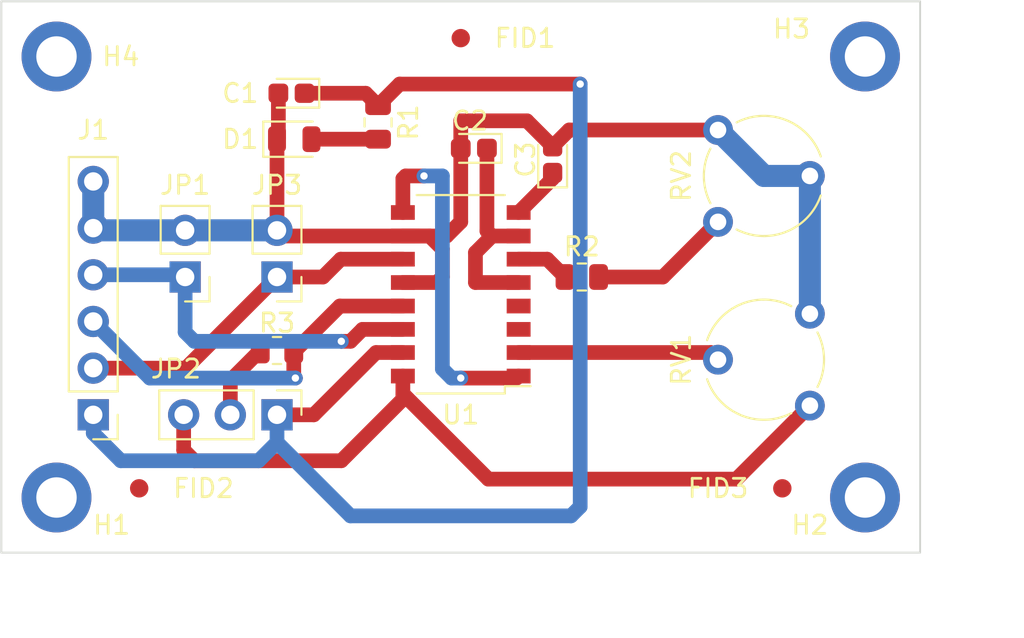
<source format=kicad_pcb>
(kicad_pcb (version 20171130) (host pcbnew 5.1.10-88a1d61d58~90~ubuntu20.04.1)

  (general
    (thickness 1.6)
    (drawings 10)
    (tracks 103)
    (zones 0)
    (modules 21)
    (nets 17)
  )

  (page A4)
  (title_block
    (title "SG3525 board replica")
    (date 2021-10-11)
    (rev 0.0.0.1)
    (company "Print Board Design Course [ CESE - UBA ] ")
    (comment 1 "Author : Martin Duarte")
    (comment 2 "Under Creative Commons (CC)  license")
  )

  (layers
    (0 F.Cu signal)
    (31 B.Cu signal)
    (32 B.Adhes user)
    (33 F.Adhes user)
    (34 B.Paste user)
    (35 F.Paste user)
    (36 B.SilkS user)
    (37 F.SilkS user)
    (38 B.Mask user)
    (39 F.Mask user)
    (40 Dwgs.User user)
    (41 Cmts.User user)
    (42 Eco1.User user)
    (43 Eco2.User user)
    (44 Edge.Cuts user)
    (45 Margin user)
    (46 B.CrtYd user)
    (47 F.CrtYd user)
    (48 B.Fab user)
    (49 F.Fab user)
  )

  (setup
    (last_trace_width 0.25)
    (user_trace_width 0.8)
    (user_trace_width 1)
    (user_trace_width 1.2)
    (trace_clearance 0.4)
    (zone_clearance 0.508)
    (zone_45_only no)
    (trace_min 0.2)
    (via_size 0.8)
    (via_drill 0.4)
    (via_min_size 0.4)
    (via_min_drill 0.3)
    (user_via 1.6 0.8)
    (user_via 2 1)
    (uvia_size 0.3)
    (uvia_drill 0.1)
    (uvias_allowed no)
    (uvia_min_size 0.2)
    (uvia_min_drill 0.1)
    (edge_width 0.05)
    (segment_width 0.2)
    (pcb_text_width 0.3)
    (pcb_text_size 1.5 1.5)
    (mod_edge_width 0.12)
    (mod_text_size 1 1)
    (mod_text_width 0.15)
    (pad_size 1.075 1.05)
    (pad_drill 0)
    (pad_to_mask_clearance 0)
    (aux_axis_origin 0 0)
    (visible_elements FFFFFF7F)
    (pcbplotparams
      (layerselection 0x010fc_ffffffff)
      (usegerberextensions false)
      (usegerberattributes true)
      (usegerberadvancedattributes true)
      (creategerberjobfile true)
      (excludeedgelayer true)
      (linewidth 0.100000)
      (plotframeref false)
      (viasonmask false)
      (mode 1)
      (useauxorigin false)
      (hpglpennumber 1)
      (hpglpenspeed 20)
      (hpglpendiameter 15.000000)
      (psnegative false)
      (psa4output false)
      (plotreference true)
      (plotvalue true)
      (plotinvisibletext false)
      (padsonsilk false)
      (subtractmaskfromsilk false)
      (outputformat 1)
      (mirror false)
      (drillshape 1)
      (scaleselection 1)
      (outputdirectory ""))
  )

  (net 0 "")
  (net 1 VCC)
  (net 2 GND)
  (net 3 "Net-(C2-Pad1)")
  (net 4 "Net-(C3-Pad1)")
  (net 5 "Net-(D1-Pad2)")
  (net 6 /OPA)
  (net 7 /PWM)
  (net 8 /OPB)
  (net 9 "Net-(JP2-Pad2)")
  (net 10 /VREF)
  (net 11 "Net-(R2-Pad1)")
  (net 12 "Net-(R2-Pad2)")
  (net 13 "Net-(RV1-Pad2)")
  (net 14 "Net-(U1-Pad1)")
  (net 15 "Net-(U1-Pad3)")
  (net 16 "Net-(U1-Pad4)")

  (net_class Default "This is the default net class."
    (clearance 0.4)
    (trace_width 0.25)
    (via_dia 0.8)
    (via_drill 0.4)
    (uvia_dia 0.3)
    (uvia_drill 0.1)
    (add_net /OPA)
    (add_net /OPB)
    (add_net /PWM)
    (add_net /VREF)
    (add_net GND)
    (add_net "Net-(C2-Pad1)")
    (add_net "Net-(C3-Pad1)")
    (add_net "Net-(D1-Pad2)")
    (add_net "Net-(JP2-Pad2)")
    (add_net "Net-(R2-Pad1)")
    (add_net "Net-(R2-Pad2)")
    (add_net "Net-(RV1-Pad2)")
    (add_net "Net-(U1-Pad1)")
    (add_net "Net-(U1-Pad3)")
    (add_net "Net-(U1-Pad4)")
    (add_net VCC)
  )

  (module Capacitor_Tantalum_SMD:CP_EIA-1608-10_AVX-L (layer F.Cu) (tedit 6164B602) (tstamp 6164D8C2)
    (at 60.7875 80 180)
    (descr "Tantalum Capacitor SMD AVX-L (1608-10 Metric), IPC_7351 nominal, (Body size from: https://www.vishay.com/docs/48064/_t58_vmn_pt0471_1601.pdf), generated with kicad-footprint-generator")
    (tags "capacitor tantalum")
    (path /61465E55)
    (attr smd)
    (fp_text reference C1 (at 2.7875 0) (layer F.SilkS)
      (effects (font (size 1 1) (thickness 0.15)))
    )
    (fp_text value 10uF (at -0.2125 1.5) (layer F.Fab)
      (effects (font (size 1 1) (thickness 0.15)))
    )
    (fp_line (start 0.8 -0.425) (end -0.5 -0.425) (layer F.Fab) (width 0.1))
    (fp_line (start -0.5 -0.425) (end -0.8 -0.125) (layer F.Fab) (width 0.1))
    (fp_line (start -0.8 -0.125) (end -0.8 0.425) (layer F.Fab) (width 0.1))
    (fp_line (start -0.8 0.425) (end 0.8 0.425) (layer F.Fab) (width 0.1))
    (fp_line (start 0.8 0.425) (end 0.8 -0.425) (layer F.Fab) (width 0.1))
    (fp_line (start 0.8 -0.785) (end -1.51 -0.785) (layer F.SilkS) (width 0.12))
    (fp_line (start -1.51 -0.785) (end -1.51 0.785) (layer F.SilkS) (width 0.12))
    (fp_line (start -1.51 0.785) (end 0.8 0.785) (layer F.SilkS) (width 0.12))
    (fp_line (start -1.5 0.78) (end -1.5 -0.78) (layer F.CrtYd) (width 0.05))
    (fp_line (start -1.5 -0.78) (end 1.5 -0.78) (layer F.CrtYd) (width 0.05))
    (fp_line (start 1.5 -0.78) (end 1.5 0.78) (layer F.CrtYd) (width 0.05))
    (fp_line (start 1.5 0.78) (end -1.5 0.78) (layer F.CrtYd) (width 0.05))
    (fp_text user %R (at 0 0) (layer F.Fab)
      (effects (font (size 0.4 0.4) (thickness 0.06)))
    )
    (pad 1 smd roundrect (at -0.7125 0 180) (size 1.075 1.05) (layers F.Cu F.Paste F.Mask) (roundrect_rratio 0.238)
      (net 1 VCC) (clearance 0.2))
    (pad 2 smd roundrect (at 0.7125 0 180) (size 1.075 1.05) (layers F.Cu F.Paste F.Mask) (roundrect_rratio 0.238)
      (net 2 GND) (clearance 0.2))
    (model ${KISYS3DMOD}/Capacitor_Tantalum_SMD.3dshapes/CP_EIA-1608-08_AVX-J.step
      (at (xyz 0 0 0))
      (scale (xyz 1 1 1))
      (rotate (xyz 0 0 0))
    )
  )

  (module Capacitor_Tantalum_SMD:CP_EIA-1608-10_AVX-L (layer F.Cu) (tedit 5EBA9318) (tstamp 6164FAB2)
    (at 70.7125 83 180)
    (descr "Tantalum Capacitor SMD AVX-L (1608-10 Metric), IPC_7351 nominal, (Body size from: https://www.vishay.com/docs/48064/_t58_vmn_pt0471_1601.pdf), generated with kicad-footprint-generator")
    (tags "capacitor tantalum")
    (path /613AB877)
    (clearance 0.3)
    (attr smd)
    (fp_text reference C2 (at 0.2125 1.5) (layer F.SilkS)
      (effects (font (size 1 1) (thickness 0.15)))
    )
    (fp_text value 0.1uF (at 0 3) (layer F.Fab)
      (effects (font (size 1 1) (thickness 0.15)))
    )
    (fp_line (start 1.5 0.78) (end -1.5 0.78) (layer F.CrtYd) (width 0.05))
    (fp_line (start 1.5 -0.78) (end 1.5 0.78) (layer F.CrtYd) (width 0.05))
    (fp_line (start -1.5 -0.78) (end 1.5 -0.78) (layer F.CrtYd) (width 0.05))
    (fp_line (start -1.5 0.78) (end -1.5 -0.78) (layer F.CrtYd) (width 0.05))
    (fp_line (start -1.51 0.785) (end 0.8 0.785) (layer F.SilkS) (width 0.12))
    (fp_line (start -1.51 -0.785) (end -1.51 0.785) (layer F.SilkS) (width 0.12))
    (fp_line (start 0.8 -0.785) (end -1.51 -0.785) (layer F.SilkS) (width 0.12))
    (fp_line (start 0.8 0.425) (end 0.8 -0.425) (layer F.Fab) (width 0.1))
    (fp_line (start -0.8 0.425) (end 0.8 0.425) (layer F.Fab) (width 0.1))
    (fp_line (start -0.8 -0.125) (end -0.8 0.425) (layer F.Fab) (width 0.1))
    (fp_line (start -0.5 -0.425) (end -0.8 -0.125) (layer F.Fab) (width 0.1))
    (fp_line (start 0.8 -0.425) (end -0.5 -0.425) (layer F.Fab) (width 0.1))
    (fp_text user %R (at 0 0) (layer F.Fab)
      (effects (font (size 0.4 0.4) (thickness 0.06)))
    )
    (pad 2 smd roundrect (at 0.7125 0 180) (size 1.075 1.05) (layers F.Cu F.Paste F.Mask) (roundrect_rratio 0.238095)
      (net 2 GND))
    (pad 1 smd roundrect (at -0.7125 0 180) (size 1.075 1.05) (layers F.Cu F.Paste F.Mask) (roundrect_rratio 0.238095)
      (net 3 "Net-(C2-Pad1)"))
    (model ${KISYS3DMOD}/Capacitor_Tantalum_SMD.3dshapes/CP_EIA-1608-10_AVX-L.wrl
      (at (xyz 0 0 0))
      (scale (xyz 1 1 1))
      (rotate (xyz 0 0 0))
    )
  )

  (module Capacitor_Tantalum_SMD:CP_EIA-1608-10_AVX-L (layer F.Cu) (tedit 5EBA9318) (tstamp 6164E1B4)
    (at 75 83.6125 90)
    (descr "Tantalum Capacitor SMD AVX-L (1608-10 Metric), IPC_7351 nominal, (Body size from: https://www.vishay.com/docs/48064/_t58_vmn_pt0471_1601.pdf), generated with kicad-footprint-generator")
    (tags "capacitor tantalum")
    (path /613AAF54)
    (clearance 0.2)
    (attr smd)
    (fp_text reference C3 (at 0 -1.48 90) (layer F.SilkS)
      (effects (font (size 1 1) (thickness 0.15)))
    )
    (fp_text value 10uF (at 0 1.48 90) (layer F.Fab)
      (effects (font (size 1 1) (thickness 0.15)))
    )
    (fp_line (start 0.8 -0.425) (end -0.5 -0.425) (layer F.Fab) (width 0.1))
    (fp_line (start -0.5 -0.425) (end -0.8 -0.125) (layer F.Fab) (width 0.1))
    (fp_line (start -0.8 -0.125) (end -0.8 0.425) (layer F.Fab) (width 0.1))
    (fp_line (start -0.8 0.425) (end 0.8 0.425) (layer F.Fab) (width 0.1))
    (fp_line (start 0.8 0.425) (end 0.8 -0.425) (layer F.Fab) (width 0.1))
    (fp_line (start 0.8 -0.785) (end -1.51 -0.785) (layer F.SilkS) (width 0.12))
    (fp_line (start -1.51 -0.785) (end -1.51 0.785) (layer F.SilkS) (width 0.12))
    (fp_line (start -1.51 0.785) (end 0.8 0.785) (layer F.SilkS) (width 0.12))
    (fp_line (start -1.5 0.78) (end -1.5 -0.78) (layer F.CrtYd) (width 0.05))
    (fp_line (start -1.5 -0.78) (end 1.5 -0.78) (layer F.CrtYd) (width 0.05))
    (fp_line (start 1.5 -0.78) (end 1.5 0.78) (layer F.CrtYd) (width 0.05))
    (fp_line (start 1.5 0.78) (end -1.5 0.78) (layer F.CrtYd) (width 0.05))
    (fp_text user %R (at 0 0 90) (layer F.Fab)
      (effects (font (size 0.4 0.4) (thickness 0.06)))
    )
    (pad 1 smd roundrect (at -0.7125 0 90) (size 1.075 1.05) (layers F.Cu F.Paste F.Mask) (roundrect_rratio 0.238095)
      (net 4 "Net-(C3-Pad1)"))
    (pad 2 smd roundrect (at 0.7125 0 90) (size 1.075 1.05) (layers F.Cu F.Paste F.Mask) (roundrect_rratio 0.238095)
      (net 2 GND))
    (model ${KISYS3DMOD}/Capacitor_Tantalum_SMD.3dshapes/CP_EIA-1608-10_AVX-L.wrl
      (at (xyz 0 0 0))
      (scale (xyz 1 1 1))
      (rotate (xyz 0 0 0))
    )
  )

  (module LED_SMD:LED_0805_2012Metric (layer F.Cu) (tedit 5F68FEF1) (tstamp 6164E1EA)
    (at 60.9375 82.5)
    (descr "LED SMD 0805 (2012 Metric), square (rectangular) end terminal, IPC_7351 nominal, (Body size source: https://docs.google.com/spreadsheets/d/1BsfQQcO9C6DZCsRaXUlFlo91Tg2WpOkGARC1WS5S8t0/edit?usp=sharing), generated with kicad-footprint-generator")
    (tags LED)
    (path /613B09C0)
    (attr smd)
    (fp_text reference D1 (at -2.9375 0) (layer F.SilkS)
      (effects (font (size 1 1) (thickness 0.15)))
    )
    (fp_text value LED (at -5.4375 0) (layer F.Fab)
      (effects (font (size 1 1) (thickness 0.15)))
    )
    (fp_line (start 1 -0.6) (end -0.7 -0.6) (layer F.Fab) (width 0.1))
    (fp_line (start -0.7 -0.6) (end -1 -0.3) (layer F.Fab) (width 0.1))
    (fp_line (start -1 -0.3) (end -1 0.6) (layer F.Fab) (width 0.1))
    (fp_line (start -1 0.6) (end 1 0.6) (layer F.Fab) (width 0.1))
    (fp_line (start 1 0.6) (end 1 -0.6) (layer F.Fab) (width 0.1))
    (fp_line (start 1 -0.96) (end -1.685 -0.96) (layer F.SilkS) (width 0.12))
    (fp_line (start -1.685 -0.96) (end -1.685 0.96) (layer F.SilkS) (width 0.12))
    (fp_line (start -1.685 0.96) (end 1 0.96) (layer F.SilkS) (width 0.12))
    (fp_line (start -1.68 0.95) (end -1.68 -0.95) (layer F.CrtYd) (width 0.05))
    (fp_line (start -1.68 -0.95) (end 1.68 -0.95) (layer F.CrtYd) (width 0.05))
    (fp_line (start 1.68 -0.95) (end 1.68 0.95) (layer F.CrtYd) (width 0.05))
    (fp_line (start 1.68 0.95) (end -1.68 0.95) (layer F.CrtYd) (width 0.05))
    (fp_text user %R (at 0 0) (layer F.Fab)
      (effects (font (size 0.5 0.5) (thickness 0.08)))
    )
    (pad 1 smd roundrect (at -0.9375 0) (size 0.975 1.4) (layers F.Cu F.Paste F.Mask) (roundrect_rratio 0.25)
      (net 2 GND))
    (pad 2 smd roundrect (at 0.9375 0) (size 0.975 1.4) (layers F.Cu F.Paste F.Mask) (roundrect_rratio 0.25)
      (net 5 "Net-(D1-Pad2)"))
    (model ${KISYS3DMOD}/LED_SMD.3dshapes/LED_0805_2012Metric.wrl
      (at (xyz 0 0 0))
      (scale (xyz 1 1 1))
      (rotate (xyz 0 0 0))
    )
  )

  (module Fiducial:Fiducial_1mm_Mask2mm (layer F.Cu) (tedit 5C18CB26) (tstamp 6164EC7A)
    (at 70 77)
    (descr "Circular Fiducial, 1mm bare copper, 2mm soldermask opening (Level A)")
    (tags fiducial)
    (path /61508A94)
    (attr smd)
    (fp_text reference FID1 (at 3.5 0) (layer F.SilkS)
      (effects (font (size 1 1) (thickness 0.15)))
    )
    (fp_text value Fiducial (at 5 1.5) (layer F.Fab)
      (effects (font (size 1 1) (thickness 0.15)))
    )
    (fp_circle (center 0 0) (end 1 0) (layer F.Fab) (width 0.1))
    (fp_circle (center 0 0) (end 1.25 0) (layer F.CrtYd) (width 0.05))
    (fp_text user %R (at 0 0) (layer F.Fab)
      (effects (font (size 0.4 0.4) (thickness 0.06)))
    )
    (pad "" smd circle (at 0 0) (size 1 1) (layers F.Cu F.Mask)
      (solder_mask_margin 0.5) (clearance 0.5))
  )

  (module Fiducial:Fiducial_1mm_Mask2mm (layer F.Cu) (tedit 5C18CB26) (tstamp 6164D6DB)
    (at 52.5 101.5)
    (descr "Circular Fiducial, 1mm bare copper, 2mm soldermask opening (Level A)")
    (tags fiducial)
    (path /61508E68)
    (attr smd)
    (fp_text reference FID2 (at 3.5 0) (layer F.SilkS)
      (effects (font (size 1 1) (thickness 0.15)))
    )
    (fp_text value Fiducial (at 9.5 0) (layer F.Fab)
      (effects (font (size 1 1) (thickness 0.15)))
    )
    (fp_circle (center 0 0) (end 1.25 0) (layer F.CrtYd) (width 0.05))
    (fp_circle (center 0 0) (end 1 0) (layer F.Fab) (width 0.1))
    (fp_text user %R (at 0 0) (layer F.Fab)
      (effects (font (size 0.4 0.4) (thickness 0.06)))
    )
    (pad "" smd circle (at 0 0) (size 1 1) (layers F.Cu F.Mask)
      (solder_mask_margin 0.5) (clearance 0.5))
  )

  (module Fiducial:Fiducial_1mm_Mask2mm (layer F.Cu) (tedit 5C18CB26) (tstamp 61651151)
    (at 87.5 101.5)
    (descr "Circular Fiducial, 1mm bare copper, 2mm soldermask opening (Level A)")
    (tags fiducial)
    (path /6150914E)
    (attr smd)
    (fp_text reference FID3 (at -3.5 0) (layer F.SilkS)
      (effects (font (size 1 1) (thickness 0.15)))
    )
    (fp_text value Fiducial (at -9 0) (layer F.Fab)
      (effects (font (size 1 1) (thickness 0.15)))
    )
    (fp_circle (center 0 0) (end 1 0) (layer F.Fab) (width 0.1))
    (fp_circle (center 0 0) (end 1.25 0) (layer F.CrtYd) (width 0.05))
    (fp_text user %R (at 0 0) (layer F.Fab)
      (effects (font (size 0.4 0.4) (thickness 0.06)))
    )
    (pad "" smd circle (at 0 0) (size 1 1) (layers F.Cu F.Mask)
      (solder_mask_margin 0.5) (clearance 0.5))
  )

  (module MountingHole:MountingHole_2.2mm_M2_DIN965_Pad (layer F.Cu) (tedit 56D1B4CB) (tstamp 6164E8A0)
    (at 48 102)
    (descr "Mounting Hole 2.2mm, M2, DIN965")
    (tags "mounting hole 2.2mm m2 din965")
    (path /61507AF6)
    (attr virtual)
    (fp_text reference H1 (at 3 1.5) (layer F.SilkS)
      (effects (font (size 1 1) (thickness 0.15)))
    )
    (fp_text value MountingHole (at 11 1.5) (layer F.Fab)
      (effects (font (size 1 1) (thickness 0.15)))
    )
    (fp_circle (center 0 0) (end 2.15 0) (layer F.CrtYd) (width 0.05))
    (fp_circle (center 0 0) (end 1.9 0) (layer Cmts.User) (width 0.15))
    (fp_text user %R (at -1 -3) (layer F.Fab)
      (effects (font (size 1 1) (thickness 0.15)))
    )
    (pad 1 thru_hole circle (at 0 0) (size 3.8 3.8) (drill 2.2) (layers *.Cu *.Mask))
  )

  (module MountingHole:MountingHole_2.2mm_M2_DIN965_Pad (layer F.Cu) (tedit 56D1B4CB) (tstamp 6164FF46)
    (at 92 102)
    (descr "Mounting Hole 2.2mm, M2, DIN965")
    (tags "mounting hole 2.2mm m2 din965")
    (path /61507EDB)
    (attr virtual)
    (fp_text reference H2 (at -3 1.5) (layer F.SilkS)
      (effects (font (size 1 1) (thickness 0.15)))
    )
    (fp_text value MountingHole (at -11.5 1.5) (layer F.Fab)
      (effects (font (size 1 1) (thickness 0.15)))
    )
    (fp_circle (center 0 0) (end 1.9 0) (layer Cmts.User) (width 0.15))
    (fp_circle (center 0 0) (end 2.15 0) (layer F.CrtYd) (width 0.05))
    (fp_text user %R (at 0 -3) (layer F.Fab)
      (effects (font (size 1 1) (thickness 0.15)))
    )
    (pad 1 thru_hole circle (at 0 0) (size 3.8 3.8) (drill 2.2) (layers *.Cu *.Mask))
  )

  (module MountingHole:MountingHole_2.2mm_M2_DIN965_Pad (layer F.Cu) (tedit 56D1B4CB) (tstamp 6164EC55)
    (at 92 78)
    (descr "Mounting Hole 2.2mm, M2, DIN965")
    (tags "mounting hole 2.2mm m2 din965")
    (path /61508141)
    (attr virtual)
    (fp_text reference H3 (at -4 -1.5) (layer F.SilkS)
      (effects (font (size 1 1) (thickness 0.15)))
    )
    (fp_text value MountingHole (at -7.5 0) (layer F.Fab)
      (effects (font (size 1 1) (thickness 0.15)))
    )
    (fp_circle (center 0 0) (end 2.15 0) (layer F.CrtYd) (width 0.05))
    (fp_circle (center 0 0) (end 1.9 0) (layer Cmts.User) (width 0.15))
    (fp_text user %R (at 0 3.5) (layer F.Fab)
      (effects (font (size 1 1) (thickness 0.15)))
    )
    (pad 1 thru_hole circle (at 0 0) (size 3.8 3.8) (drill 2.2) (layers *.Cu *.Mask))
  )

  (module MountingHole:MountingHole_2.2mm_M2_DIN965_Pad (layer F.Cu) (tedit 56D1B4CB) (tstamp 6164F7F5)
    (at 48 78)
    (descr "Mounting Hole 2.2mm, M2, DIN965")
    (tags "mounting hole 2.2mm m2 din965")
    (path /615083AE)
    (attr virtual)
    (fp_text reference H4 (at 3.5 0) (layer F.SilkS)
      (effects (font (size 1 1) (thickness 0.15)))
    )
    (fp_text value MountingHole (at 7.5 -1.5) (layer F.Fab)
      (effects (font (size 1 1) (thickness 0.15)))
    )
    (fp_circle (center 0 0) (end 1.9 0) (layer Cmts.User) (width 0.15))
    (fp_circle (center 0 0) (end 2.15 0) (layer F.CrtYd) (width 0.05))
    (fp_text user %R (at -1 3) (layer F.Fab)
      (effects (font (size 1 1) (thickness 0.15)))
    )
    (pad 1 thru_hole circle (at 0 0) (size 3.8 3.8) (drill 2.2) (layers *.Cu *.Mask))
  )

  (module Connector_PinHeader_2.54mm:PinHeader_1x06_P2.54mm_Vertical (layer F.Cu) (tedit 59FED5CC) (tstamp 6164CE64)
    (at 50 97.5 180)
    (descr "Through hole straight pin header, 1x06, 2.54mm pitch, single row")
    (tags "Through hole pin header THT 1x06 2.54mm single row")
    (path /613B1AEE)
    (fp_text reference J1 (at 0 15.5) (layer F.SilkS)
      (effects (font (size 1 1) (thickness 0.15)))
    )
    (fp_text value Conn_01x06 (at 3 8.5 90) (layer F.Fab)
      (effects (font (size 1 1) (thickness 0.15)))
    )
    (fp_line (start -0.635 -1.27) (end 1.27 -1.27) (layer F.Fab) (width 0.1))
    (fp_line (start 1.27 -1.27) (end 1.27 13.97) (layer F.Fab) (width 0.1))
    (fp_line (start 1.27 13.97) (end -1.27 13.97) (layer F.Fab) (width 0.1))
    (fp_line (start -1.27 13.97) (end -1.27 -0.635) (layer F.Fab) (width 0.1))
    (fp_line (start -1.27 -0.635) (end -0.635 -1.27) (layer F.Fab) (width 0.1))
    (fp_line (start -1.33 14.03) (end 1.33 14.03) (layer F.SilkS) (width 0.12))
    (fp_line (start -1.33 1.27) (end -1.33 14.03) (layer F.SilkS) (width 0.12))
    (fp_line (start 1.33 1.27) (end 1.33 14.03) (layer F.SilkS) (width 0.12))
    (fp_line (start -1.33 1.27) (end 1.33 1.27) (layer F.SilkS) (width 0.12))
    (fp_line (start -1.33 0) (end -1.33 -1.33) (layer F.SilkS) (width 0.12))
    (fp_line (start -1.33 -1.33) (end 0 -1.33) (layer F.SilkS) (width 0.12))
    (fp_line (start -1.8 -1.8) (end -1.8 14.5) (layer F.CrtYd) (width 0.05))
    (fp_line (start -1.8 14.5) (end 1.8 14.5) (layer F.CrtYd) (width 0.05))
    (fp_line (start 1.8 14.5) (end 1.8 -1.8) (layer F.CrtYd) (width 0.05))
    (fp_line (start 1.8 -1.8) (end -1.8 -1.8) (layer F.CrtYd) (width 0.05))
    (fp_text user %R (at 0 6.35 90) (layer F.Fab)
      (effects (font (size 1 1) (thickness 0.15)))
    )
    (pad 1 thru_hole rect (at 0 0 180) (size 1.7 1.7) (drill 1) (layers *.Cu *.Mask)
      (net 1 VCC))
    (pad 2 thru_hole oval (at 0 2.54 180) (size 1.7 1.7) (drill 1) (layers *.Cu *.Mask)
      (net 6 /OPA))
    (pad 3 thru_hole oval (at 0 5.08 180) (size 1.7 1.7) (drill 1) (layers *.Cu *.Mask)
      (net 7 /PWM))
    (pad 4 thru_hole oval (at 0 7.62 180) (size 1.7 1.7) (drill 1) (layers *.Cu *.Mask)
      (net 8 /OPB))
    (pad 5 thru_hole oval (at 0 10.16 180) (size 1.7 1.7) (drill 1) (layers *.Cu *.Mask)
      (net 2 GND))
    (pad 6 thru_hole oval (at 0 12.7 180) (size 1.7 1.7) (drill 1) (layers *.Cu *.Mask)
      (net 2 GND))
    (model ${KISYS3DMOD}/Connector_PinHeader_2.54mm.3dshapes/PinHeader_1x06_P2.54mm_Vertical.wrl
      (at (xyz 0 0 0))
      (scale (xyz 1 1 1))
      (rotate (xyz 0 0 0))
    )
  )

  (module Connector_PinHeader_2.54mm:PinHeader_1x02_P2.54mm_Vertical (layer F.Cu) (tedit 59FED5CC) (tstamp 6164CD19)
    (at 55 90 180)
    (descr "Through hole straight pin header, 1x02, 2.54mm pitch, single row")
    (tags "Through hole pin header THT 1x02 2.54mm single row")
    (path /613AC253)
    (fp_text reference JP1 (at 0 5) (layer F.SilkS)
      (effects (font (size 1 1) (thickness 0.15)))
    )
    (fp_text value Jumper (at 2.5 1.5 270) (layer F.Fab)
      (effects (font (size 1 1) (thickness 0.15)))
    )
    (fp_line (start 1.8 -1.8) (end -1.8 -1.8) (layer F.CrtYd) (width 0.05))
    (fp_line (start 1.8 4.35) (end 1.8 -1.8) (layer F.CrtYd) (width 0.05))
    (fp_line (start -1.8 4.35) (end 1.8 4.35) (layer F.CrtYd) (width 0.05))
    (fp_line (start -1.8 -1.8) (end -1.8 4.35) (layer F.CrtYd) (width 0.05))
    (fp_line (start -1.33 -1.33) (end 0 -1.33) (layer F.SilkS) (width 0.12))
    (fp_line (start -1.33 0) (end -1.33 -1.33) (layer F.SilkS) (width 0.12))
    (fp_line (start -1.33 1.27) (end 1.33 1.27) (layer F.SilkS) (width 0.12))
    (fp_line (start 1.33 1.27) (end 1.33 3.87) (layer F.SilkS) (width 0.12))
    (fp_line (start -1.33 1.27) (end -1.33 3.87) (layer F.SilkS) (width 0.12))
    (fp_line (start -1.33 3.87) (end 1.33 3.87) (layer F.SilkS) (width 0.12))
    (fp_line (start -1.27 -0.635) (end -0.635 -1.27) (layer F.Fab) (width 0.1))
    (fp_line (start -1.27 3.81) (end -1.27 -0.635) (layer F.Fab) (width 0.1))
    (fp_line (start 1.27 3.81) (end -1.27 3.81) (layer F.Fab) (width 0.1))
    (fp_line (start 1.27 -1.27) (end 1.27 3.81) (layer F.Fab) (width 0.1))
    (fp_line (start -0.635 -1.27) (end 1.27 -1.27) (layer F.Fab) (width 0.1))
    (fp_text user %R (at 0 1.27 90) (layer F.Fab)
      (effects (font (size 1 1) (thickness 0.15)))
    )
    (pad 2 thru_hole oval (at 0 2.54 180) (size 1.7 1.7) (drill 1) (layers *.Cu *.Mask)
      (net 2 GND))
    (pad 1 thru_hole rect (at 0 0 180) (size 1.7 1.7) (drill 1) (layers *.Cu *.Mask)
      (net 8 /OPB))
    (model ${KISYS3DMOD}/Connector_PinHeader_2.54mm.3dshapes/PinHeader_1x02_P2.54mm_Vertical.wrl
      (at (xyz 0 0 0))
      (scale (xyz 1 1 1))
      (rotate (xyz 0 0 0))
    )
  )

  (module Connector_PinHeader_2.54mm:PinHeader_1x03_P2.54mm_Vertical (layer F.Cu) (tedit 59FED5CC) (tstamp 6164D3FC)
    (at 60 97.5 270)
    (descr "Through hole straight pin header, 1x03, 2.54mm pitch, single row")
    (tags "Through hole pin header THT 1x03 2.54mm single row")
    (path /613B024C)
    (fp_text reference JP2 (at -2.5 5.5 180) (layer F.SilkS)
      (effects (font (size 1 1) (thickness 0.15)))
    )
    (fp_text value Jumper_NC_Dual (at 2.5 0.5 180) (layer F.Fab)
      (effects (font (size 1 1) (thickness 0.15)))
    )
    (fp_line (start -0.635 -1.27) (end 1.27 -1.27) (layer F.Fab) (width 0.1))
    (fp_line (start 1.27 -1.27) (end 1.27 6.35) (layer F.Fab) (width 0.1))
    (fp_line (start 1.27 6.35) (end -1.27 6.35) (layer F.Fab) (width 0.1))
    (fp_line (start -1.27 6.35) (end -1.27 -0.635) (layer F.Fab) (width 0.1))
    (fp_line (start -1.27 -0.635) (end -0.635 -1.27) (layer F.Fab) (width 0.1))
    (fp_line (start -1.33 6.41) (end 1.33 6.41) (layer F.SilkS) (width 0.12))
    (fp_line (start -1.33 1.27) (end -1.33 6.41) (layer F.SilkS) (width 0.12))
    (fp_line (start 1.33 1.27) (end 1.33 6.41) (layer F.SilkS) (width 0.12))
    (fp_line (start -1.33 1.27) (end 1.33 1.27) (layer F.SilkS) (width 0.12))
    (fp_line (start -1.33 0) (end -1.33 -1.33) (layer F.SilkS) (width 0.12))
    (fp_line (start -1.33 -1.33) (end 0 -1.33) (layer F.SilkS) (width 0.12))
    (fp_line (start -1.8 -1.8) (end -1.8 6.85) (layer F.CrtYd) (width 0.05))
    (fp_line (start -1.8 6.85) (end 1.8 6.85) (layer F.CrtYd) (width 0.05))
    (fp_line (start 1.8 6.85) (end 1.8 -1.8) (layer F.CrtYd) (width 0.05))
    (fp_line (start 1.8 -1.8) (end -1.8 -1.8) (layer F.CrtYd) (width 0.05))
    (fp_text user %R (at 0 -3.5) (layer F.Fab)
      (effects (font (size 1 1) (thickness 0.15)))
    )
    (pad 1 thru_hole rect (at 0 0 270) (size 1.7 1.7) (drill 1) (layers *.Cu *.Mask)
      (net 1 VCC))
    (pad 2 thru_hole oval (at 0 2.54 270) (size 1.7 1.7) (drill 1) (layers *.Cu *.Mask)
      (net 9 "Net-(JP2-Pad2)"))
    (pad 3 thru_hole oval (at 0 5.08 270) (size 1.7 1.7) (drill 1) (layers *.Cu *.Mask)
      (net 10 /VREF))
    (model ${KISYS3DMOD}/Connector_PinHeader_2.54mm.3dshapes/PinHeader_1x03_P2.54mm_Vertical.wrl
      (at (xyz 0 0 0))
      (scale (xyz 1 1 1))
      (rotate (xyz 0 0 0))
    )
  )

  (module Connector_PinHeader_2.54mm:PinHeader_1x02_P2.54mm_Vertical (layer F.Cu) (tedit 59FED5CC) (tstamp 6164D58C)
    (at 60 90 180)
    (descr "Through hole straight pin header, 1x02, 2.54mm pitch, single row")
    (tags "Through hole pin header THT 1x02 2.54mm single row")
    (path /613AC8D8)
    (fp_text reference JP3 (at 0 5 180) (layer F.SilkS)
      (effects (font (size 1 1) (thickness 0.15)))
    )
    (fp_text value Jumper (at 2.5 1 90) (layer F.Fab)
      (effects (font (size 1 1) (thickness 0.15)))
    )
    (fp_line (start -0.635 -1.27) (end 1.27 -1.27) (layer F.Fab) (width 0.1))
    (fp_line (start 1.27 -1.27) (end 1.27 3.81) (layer F.Fab) (width 0.1))
    (fp_line (start 1.27 3.81) (end -1.27 3.81) (layer F.Fab) (width 0.1))
    (fp_line (start -1.27 3.81) (end -1.27 -0.635) (layer F.Fab) (width 0.1))
    (fp_line (start -1.27 -0.635) (end -0.635 -1.27) (layer F.Fab) (width 0.1))
    (fp_line (start -1.33 3.87) (end 1.33 3.87) (layer F.SilkS) (width 0.12))
    (fp_line (start -1.33 1.27) (end -1.33 3.87) (layer F.SilkS) (width 0.12))
    (fp_line (start 1.33 1.27) (end 1.33 3.87) (layer F.SilkS) (width 0.12))
    (fp_line (start -1.33 1.27) (end 1.33 1.27) (layer F.SilkS) (width 0.12))
    (fp_line (start -1.33 0) (end -1.33 -1.33) (layer F.SilkS) (width 0.12))
    (fp_line (start -1.33 -1.33) (end 0 -1.33) (layer F.SilkS) (width 0.12))
    (fp_line (start -1.8 -1.8) (end -1.8 4.35) (layer F.CrtYd) (width 0.05))
    (fp_line (start -1.8 4.35) (end 1.8 4.35) (layer F.CrtYd) (width 0.05))
    (fp_line (start 1.8 4.35) (end 1.8 -1.8) (layer F.CrtYd) (width 0.05))
    (fp_line (start 1.8 -1.8) (end -1.8 -1.8) (layer F.CrtYd) (width 0.05))
    (fp_text user %R (at 0 1.27 90) (layer F.Fab)
      (effects (font (size 1 1) (thickness 0.15)))
    )
    (pad 1 thru_hole rect (at 0 0 180) (size 1.7 1.7) (drill 1) (layers *.Cu *.Mask)
      (net 6 /OPA))
    (pad 2 thru_hole oval (at 0 2.54 180) (size 1.7 1.7) (drill 1) (layers *.Cu *.Mask)
      (net 2 GND))
    (model ${KISYS3DMOD}/Connector_PinHeader_2.54mm.3dshapes/PinHeader_1x02_P2.54mm_Vertical.wrl
      (at (xyz 0 0 0))
      (scale (xyz 1 1 1))
      (rotate (xyz 0 0 0))
    )
  )

  (module Resistor_SMD:R_0805_2012Metric (layer F.Cu) (tedit 5F68FEEE) (tstamp 6164CFB7)
    (at 65.5 81.5875 270)
    (descr "Resistor SMD 0805 (2012 Metric), square (rectangular) end terminal, IPC_7351 nominal, (Body size source: IPC-SM-782 page 72, https://www.pcb-3d.com/wordpress/wp-content/uploads/ipc-sm-782a_amendment_1_and_2.pdf), generated with kicad-footprint-generator")
    (tags resistor)
    (path /613AA467)
    (attr smd)
    (fp_text reference R1 (at 0 -1.65 90) (layer F.SilkS)
      (effects (font (size 1 1) (thickness 0.15)))
    )
    (fp_text value 1k (at 0 1.65 90) (layer F.Fab)
      (effects (font (size 1 1) (thickness 0.15)))
    )
    (fp_line (start -1 0.625) (end -1 -0.625) (layer F.Fab) (width 0.1))
    (fp_line (start -1 -0.625) (end 1 -0.625) (layer F.Fab) (width 0.1))
    (fp_line (start 1 -0.625) (end 1 0.625) (layer F.Fab) (width 0.1))
    (fp_line (start 1 0.625) (end -1 0.625) (layer F.Fab) (width 0.1))
    (fp_line (start -0.227064 -0.735) (end 0.227064 -0.735) (layer F.SilkS) (width 0.12))
    (fp_line (start -0.227064 0.735) (end 0.227064 0.735) (layer F.SilkS) (width 0.12))
    (fp_line (start -1.68 0.95) (end -1.68 -0.95) (layer F.CrtYd) (width 0.05))
    (fp_line (start -1.68 -0.95) (end 1.68 -0.95) (layer F.CrtYd) (width 0.05))
    (fp_line (start 1.68 -0.95) (end 1.68 0.95) (layer F.CrtYd) (width 0.05))
    (fp_line (start 1.68 0.95) (end -1.68 0.95) (layer F.CrtYd) (width 0.05))
    (fp_text user %R (at 0 0 90) (layer F.Fab)
      (effects (font (size 0.5 0.5) (thickness 0.08)))
    )
    (pad 1 smd roundrect (at -0.9125 0 270) (size 1.025 1.4) (layers F.Cu F.Paste F.Mask) (roundrect_rratio 0.243902)
      (net 1 VCC))
    (pad 2 smd roundrect (at 0.9125 0 270) (size 1.025 1.4) (layers F.Cu F.Paste F.Mask) (roundrect_rratio 0.243902)
      (net 5 "Net-(D1-Pad2)"))
    (model ${KISYS3DMOD}/Resistor_SMD.3dshapes/R_0805_2012Metric.wrl
      (at (xyz 0 0 0))
      (scale (xyz 1 1 1))
      (rotate (xyz 0 0 0))
    )
  )

  (module Resistor_SMD:R_0805_2012Metric (layer F.Cu) (tedit 5F68FEEE) (tstamp 6164E35C)
    (at 76.5875 90)
    (descr "Resistor SMD 0805 (2012 Metric), square (rectangular) end terminal, IPC_7351 nominal, (Body size source: IPC-SM-782 page 72, https://www.pcb-3d.com/wordpress/wp-content/uploads/ipc-sm-782a_amendment_1_and_2.pdf), generated with kicad-footprint-generator")
    (tags resistor)
    (path /613E2B7D)
    (attr smd)
    (fp_text reference R2 (at 0 -1.65) (layer F.SilkS)
      (effects (font (size 1 1) (thickness 0.15)))
    )
    (fp_text value 2.2k (at 0 1.65) (layer F.Fab)
      (effects (font (size 1 1) (thickness 0.15)))
    )
    (fp_line (start -1 0.625) (end -1 -0.625) (layer F.Fab) (width 0.1))
    (fp_line (start -1 -0.625) (end 1 -0.625) (layer F.Fab) (width 0.1))
    (fp_line (start 1 -0.625) (end 1 0.625) (layer F.Fab) (width 0.1))
    (fp_line (start 1 0.625) (end -1 0.625) (layer F.Fab) (width 0.1))
    (fp_line (start -0.227064 -0.735) (end 0.227064 -0.735) (layer F.SilkS) (width 0.12))
    (fp_line (start -0.227064 0.735) (end 0.227064 0.735) (layer F.SilkS) (width 0.12))
    (fp_line (start -1.68 0.95) (end -1.68 -0.95) (layer F.CrtYd) (width 0.05))
    (fp_line (start -1.68 -0.95) (end 1.68 -0.95) (layer F.CrtYd) (width 0.05))
    (fp_line (start 1.68 -0.95) (end 1.68 0.95) (layer F.CrtYd) (width 0.05))
    (fp_line (start 1.68 0.95) (end -1.68 0.95) (layer F.CrtYd) (width 0.05))
    (fp_text user %R (at 0 0) (layer F.Fab)
      (effects (font (size 0.5 0.5) (thickness 0.08)))
    )
    (pad 1 smd roundrect (at -0.9125 0) (size 1.025 1.4) (layers F.Cu F.Paste F.Mask) (roundrect_rratio 0.243902)
      (net 11 "Net-(R2-Pad1)"))
    (pad 2 smd roundrect (at 0.9125 0) (size 1.025 1.4) (layers F.Cu F.Paste F.Mask) (roundrect_rratio 0.243902)
      (net 12 "Net-(R2-Pad2)"))
    (model ${KISYS3DMOD}/Resistor_SMD.3dshapes/R_0805_2012Metric.wrl
      (at (xyz 0 0 0))
      (scale (xyz 1 1 1))
      (rotate (xyz 0 0 0))
    )
  )

  (module Resistor_SMD:R_0805_2012Metric (layer F.Cu) (tedit 5F68FEEE) (tstamp 6164FB75)
    (at 60 94 180)
    (descr "Resistor SMD 0805 (2012 Metric), square (rectangular) end terminal, IPC_7351 nominal, (Body size source: IPC-SM-782 page 72, https://www.pcb-3d.com/wordpress/wp-content/uploads/ipc-sm-782a_amendment_1_and_2.pdf), generated with kicad-footprint-generator")
    (tags resistor)
    (path /613AA226)
    (attr smd)
    (fp_text reference R3 (at 0 1.5) (layer F.SilkS)
      (effects (font (size 1 1) (thickness 0.15)))
    )
    (fp_text value 1k (at -3 0) (layer F.Fab)
      (effects (font (size 1 1) (thickness 0.15)))
    )
    (fp_line (start 1.68 0.95) (end -1.68 0.95) (layer F.CrtYd) (width 0.05))
    (fp_line (start 1.68 -0.95) (end 1.68 0.95) (layer F.CrtYd) (width 0.05))
    (fp_line (start -1.68 -0.95) (end 1.68 -0.95) (layer F.CrtYd) (width 0.05))
    (fp_line (start -1.68 0.95) (end -1.68 -0.95) (layer F.CrtYd) (width 0.05))
    (fp_line (start -0.227064 0.735) (end 0.227064 0.735) (layer F.SilkS) (width 0.12))
    (fp_line (start -0.227064 -0.735) (end 0.227064 -0.735) (layer F.SilkS) (width 0.12))
    (fp_line (start 1 0.625) (end -1 0.625) (layer F.Fab) (width 0.1))
    (fp_line (start 1 -0.625) (end 1 0.625) (layer F.Fab) (width 0.1))
    (fp_line (start -1 -0.625) (end 1 -0.625) (layer F.Fab) (width 0.1))
    (fp_line (start -1 0.625) (end -1 -0.625) (layer F.Fab) (width 0.1))
    (fp_text user %R (at 0 0) (layer F.Fab)
      (effects (font (size 0.5 0.5) (thickness 0.08)))
    )
    (pad 2 smd roundrect (at 0.9125 0 180) (size 1.025 1.4) (layers F.Cu F.Paste F.Mask) (roundrect_rratio 0.243902)
      (net 9 "Net-(JP2-Pad2)"))
    (pad 1 smd roundrect (at -0.9125 0 180) (size 1.025 1.4) (layers F.Cu F.Paste F.Mask) (roundrect_rratio 0.243902)
      (net 7 /PWM))
    (model ${KISYS3DMOD}/Resistor_SMD.3dshapes/R_0805_2012Metric.wrl
      (at (xyz 0 0 0))
      (scale (xyz 1 1 1))
      (rotate (xyz 0 0 0))
    )
  )

  (module Potentiometer_THT:Potentiometer_Piher_PT-6-V_Vertical (layer F.Cu) (tedit 5A3D4993) (tstamp 6164CD8A)
    (at 89 92 180)
    (descr "Potentiometer, vertical, Piher PT-6-V, http://www.piher-nacesa.com/pdf/11-PT6v03.pdf")
    (tags "Potentiometer vertical Piher PT-6-V")
    (path /614761A3)
    (fp_text reference RV1 (at 7 -2.5 90) (layer F.SilkS)
      (effects (font (size 1 1) (thickness 0.15)))
    )
    (fp_text value 100k (at 1 2.06) (layer F.Fab)
      (effects (font (size 1 1) (thickness 0.15)))
    )
    (fp_line (start 6.1 -6.1) (end -1.1 -6.1) (layer F.CrtYd) (width 0.05))
    (fp_line (start 6.1 1.1) (end 6.1 -6.1) (layer F.CrtYd) (width 0.05))
    (fp_line (start -1.1 1.1) (end 6.1 1.1) (layer F.CrtYd) (width 0.05))
    (fp_line (start -1.1 -6.1) (end -1.1 1.1) (layer F.CrtYd) (width 0.05))
    (fp_circle (center 2.5 -2.5) (end 3.4 -2.5) (layer F.Fab) (width 0.1))
    (fp_circle (center 2.5 -2.5) (end 5.65 -2.5) (layer F.Fab) (width 0.1))
    (fp_text user %R (at 0.5 -2.5 90) (layer F.Fab)
      (effects (font (size 1 1) (thickness 0.15)))
    )
    (fp_arc (start 2.5 -2.5) (end 1.015 0.414) (angle -28) (layer F.SilkS) (width 0.12))
    (fp_arc (start 2.5 -2.5) (end -0.414 -3.984) (angle -54) (layer F.SilkS) (width 0.12))
    (fp_arc (start 2.5 -2.5) (end 5.592 -3.564) (angle -98) (layer F.SilkS) (width 0.12))
    (fp_arc (start 2.5 -2.5) (end 2.5 0.77) (angle -71) (layer F.SilkS) (width 0.12))
    (pad 1 thru_hole circle (at 0 0 180) (size 1.62 1.62) (drill 0.9) (layers *.Cu *.Mask)
      (net 2 GND))
    (pad 2 thru_hole circle (at 5 -2.5 180) (size 1.62 1.62) (drill 0.9) (layers *.Cu *.Mask)
      (net 13 "Net-(RV1-Pad2)"))
    (pad 3 thru_hole circle (at 0 -5 180) (size 1.62 1.62) (drill 0.9) (layers *.Cu *.Mask)
      (net 10 /VREF))
    (model "/home/martin/Escritorio/Uart_MtinNico/Trimpot/Trimpot Horiz 5mm.step"
      (offset (xyz 2.5 2.5 0.5))
      (scale (xyz 1 1 1))
      (rotate (xyz -90 0 90))
    )
  )

  (module Potentiometer_THT:Potentiometer_Piher_PT-6-V_Vertical (layer F.Cu) (tedit 5A3D4993) (tstamp 6164F503)
    (at 84 87)
    (descr "Potentiometer, vertical, Piher PT-6-V, http://www.piher-nacesa.com/pdf/11-PT6v03.pdf")
    (tags "Potentiometer vertical Piher PT-6-V")
    (path /61473F66)
    (fp_text reference RV2 (at -2 -2.5 90) (layer F.SilkS)
      (effects (font (size 1 1) (thickness 0.15)))
    )
    (fp_text value 100k (at 4 -7) (layer F.Fab)
      (effects (font (size 1 1) (thickness 0.15)))
    )
    (fp_circle (center 2.5 -2.5) (end 5.65 -2.5) (layer F.Fab) (width 0.1))
    (fp_circle (center 2.5 -2.5) (end 3.4 -2.5) (layer F.Fab) (width 0.1))
    (fp_line (start -1.1 -6.1) (end -1.1 1.1) (layer F.CrtYd) (width 0.05))
    (fp_line (start -1.1 1.1) (end 6.1 1.1) (layer F.CrtYd) (width 0.05))
    (fp_line (start 6.1 1.1) (end 6.1 -6.1) (layer F.CrtYd) (width 0.05))
    (fp_line (start 6.1 -6.1) (end -1.1 -6.1) (layer F.CrtYd) (width 0.05))
    (fp_arc (start 2.5 -2.5) (end 2.5 0.77) (angle -71) (layer F.SilkS) (width 0.12))
    (fp_arc (start 2.5 -2.5) (end 5.592 -3.564) (angle -98) (layer F.SilkS) (width 0.12))
    (fp_arc (start 2.5 -2.5) (end -0.414 -3.984) (angle -54) (layer F.SilkS) (width 0.12))
    (fp_arc (start 2.5 -2.5) (end 1.015 0.414) (angle -28) (layer F.SilkS) (width 0.12))
    (fp_text user %R (at 0.55 -2.5 90) (layer F.Fab)
      (effects (font (size 1 1) (thickness 0.15)))
    )
    (pad 3 thru_hole circle (at 0 -5) (size 1.62 1.62) (drill 0.9) (layers *.Cu *.Mask)
      (net 2 GND))
    (pad 2 thru_hole circle (at 5 -2.5) (size 1.62 1.62) (drill 0.9) (layers *.Cu *.Mask)
      (net 2 GND))
    (pad 1 thru_hole circle (at 0 0) (size 1.62 1.62) (drill 0.9) (layers *.Cu *.Mask)
      (net 12 "Net-(R2-Pad2)"))
    (model "/home/martin/Escritorio/Uart_MtinNico/Trimpot/Trimpot Horiz 5mm.step"
      (offset (xyz 2.5 2.5 1))
      (scale (xyz 1 1 1))
      (rotate (xyz -90 0 90))
    )
  )

  (module Package_SO:SOP-16_4.4x10.4mm_P1.27mm (layer F.Cu) (tedit 5A02F25C) (tstamp 6164FA29)
    (at 70 90.94 180)
    (descr "16-Lead Plastic Small Outline http://www.vishay.com/docs/49633/sg2098.pdf")
    (tags "SOP 1.27")
    (path /613A8C96)
    (clearance 0.4)
    (attr smd)
    (fp_text reference U1 (at 0 -6.56) (layer F.SilkS)
      (effects (font (size 1 1) (thickness 0.15)))
    )
    (fp_text value SG3525 (at 0 5.94) (layer F.Fab)
      (effects (font (size 1 1) (thickness 0.15)))
    )
    (fp_line (start 4.05 5.45) (end -4.05 5.45) (layer F.CrtYd) (width 0.05))
    (fp_line (start 4.05 5.45) (end 4.05 -5.45) (layer F.CrtYd) (width 0.05))
    (fp_line (start -4.05 -5.45) (end -4.05 5.45) (layer F.CrtYd) (width 0.05))
    (fp_line (start -4.05 -5.45) (end 4.05 -5.45) (layer F.CrtYd) (width 0.05))
    (fp_line (start -2.4 5.4) (end 2.4 5.4) (layer F.SilkS) (width 0.12))
    (fp_line (start -2.4 -5.4) (end 2.4 -5.4) (layer F.SilkS) (width 0.12))
    (fp_line (start -2.2 5.2) (end -2.2 -4.6) (layer F.Fab) (width 0.1))
    (fp_line (start 2.2 5.2) (end -2.2 5.2) (layer F.Fab) (width 0.1))
    (fp_line (start 2.2 -5.2) (end 2.2 5.2) (layer F.Fab) (width 0.1))
    (fp_line (start -1.6 -5.2) (end 2.2 -5.2) (layer F.Fab) (width 0.1))
    (fp_line (start -2.4 -5) (end -3.8 -5) (layer F.SilkS) (width 0.12))
    (fp_line (start -2.4 -5.4) (end -2.4 -5) (layer F.SilkS) (width 0.12))
    (fp_line (start -2.2 -4.6) (end -1.6 -5.2) (layer F.Fab) (width 0.1))
    (fp_text user %R (at 0 0) (layer F.Fab)
      (effects (font (size 0.8 0.8) (thickness 0.15)))
    )
    (pad 16 smd rect (at 3.15 -4.45 180) (size 1.3 0.8) (layers F.Cu F.Paste F.Mask)
      (net 10 /VREF))
    (pad 15 smd rect (at 3.15 -3.17 180) (size 1.3 0.8) (layers F.Cu F.Paste F.Mask)
      (net 1 VCC))
    (pad 14 smd rect (at 3.15 -1.91 180) (size 1.3 0.8) (layers F.Cu F.Paste F.Mask)
      (net 8 /OPB))
    (pad 13 smd rect (at 3.15 -0.64 180) (size 1.3 0.8) (layers F.Cu F.Paste F.Mask)
      (net 7 /PWM))
    (pad 12 smd rect (at 3.15 0.64 180) (size 1.3 0.8) (layers F.Cu F.Paste F.Mask)
      (net 2 GND))
    (pad 11 smd rect (at 3.15 1.91 180) (size 1.3 0.8) (layers F.Cu F.Paste F.Mask)
      (net 6 /OPA))
    (pad 10 smd rect (at 3.15 3.17 180) (size 1.3 0.8) (layers F.Cu F.Paste F.Mask)
      (net 2 GND))
    (pad 9 smd rect (at 3.15 4.45 180) (size 1.3 0.8) (layers F.Cu F.Paste F.Mask)
      (net 14 "Net-(U1-Pad1)"))
    (pad 8 smd rect (at -3.15 4.45 180) (size 1.3 0.8) (layers F.Cu F.Paste F.Mask)
      (net 4 "Net-(C3-Pad1)"))
    (pad 7 smd rect (at -3.15 3.17 180) (size 1.3 0.8) (layers F.Cu F.Paste F.Mask)
      (net 3 "Net-(C2-Pad1)"))
    (pad 6 smd rect (at -3.15 1.91 180) (size 1.3 0.8) (layers F.Cu F.Paste F.Mask)
      (net 11 "Net-(R2-Pad1)"))
    (pad 5 smd rect (at -3.15 0.64 180) (size 1.3 0.8) (layers F.Cu F.Paste F.Mask)
      (net 3 "Net-(C2-Pad1)"))
    (pad 4 smd rect (at -3.15 -0.64 180) (size 1.3 0.8) (layers F.Cu F.Paste F.Mask)
      (net 16 "Net-(U1-Pad4)"))
    (pad 3 smd rect (at -3.15 -1.91 180) (size 1.3 0.8) (layers F.Cu F.Paste F.Mask)
      (net 15 "Net-(U1-Pad3)"))
    (pad 2 smd rect (at -3.15 -3.17 180) (size 1.3 0.8) (layers F.Cu F.Paste F.Mask)
      (net 13 "Net-(RV1-Pad2)"))
    (pad 1 smd rect (at -3.15 -4.45 180) (size 1.3 0.8) (layers F.Cu F.Paste F.Mask)
      (net 14 "Net-(U1-Pad1)"))
    (model ${KISYS3DMOD}/Package_SO.3dshapes/SOP-16_4.4x10.4mm_P1.27mm.wrl
      (at (xyz 0 0 0))
      (scale (xyz 1 1 1))
      (rotate (xyz 0 0 0))
    )
  )

  (dimension 50 (width 0.15) (layer Dwgs.User)
    (gr_text "50,000 mm" (at 70 110.3) (layer Dwgs.User)
      (effects (font (size 1 1) (thickness 0.15)))
    )
    (feature1 (pts (xy 95 106) (xy 95 109.586421)))
    (feature2 (pts (xy 45 106) (xy 45 109.586421)))
    (crossbar (pts (xy 45 109) (xy 95 109)))
    (arrow1a (pts (xy 95 109) (xy 93.873496 109.586421)))
    (arrow1b (pts (xy 95 109) (xy 93.873496 108.413579)))
    (arrow2a (pts (xy 45 109) (xy 46.126504 109.586421)))
    (arrow2b (pts (xy 45 109) (xy 46.126504 108.413579)))
  )
  (dimension 30 (width 0.15) (layer Dwgs.User)
    (gr_text "30,000 mm" (at 99.3 90 90) (layer Dwgs.User)
      (effects (font (size 1 1) (thickness 0.15)))
    )
    (feature1 (pts (xy 96 75) (xy 98.586421 75)))
    (feature2 (pts (xy 96 105) (xy 98.586421 105)))
    (crossbar (pts (xy 98 105) (xy 98 75)))
    (arrow1a (pts (xy 98 75) (xy 98.586421 76.126504)))
    (arrow1b (pts (xy 98 75) (xy 97.413579 76.126504)))
    (arrow2a (pts (xy 98 105) (xy 98.586421 103.873496)))
    (arrow2b (pts (xy 98 105) (xy 97.413579 103.873496)))
  )
  (gr_line (start 94.5 104.5) (end 45.5 104.5) (layer Margin) (width 0.15) (tstamp 61650508))
  (gr_line (start 94.5 75.5) (end 94.5 104.5) (layer Margin) (width 0.15))
  (gr_line (start 45.5 75.5) (end 94.5 75.5) (layer Margin) (width 0.15))
  (gr_line (start 45.5 104.5) (end 45.5 75.5) (layer Margin) (width 0.15))
  (gr_line (start 95 75) (end 95 105) (layer Edge.Cuts) (width 0.1))
  (gr_line (start 45 75) (end 95 75) (layer Edge.Cuts) (width 0.1))
  (gr_line (start 45 105) (end 45 75) (layer Edge.Cuts) (width 0.1))
  (gr_line (start 95 105) (end 45 105) (layer Edge.Cuts) (width 0.1))

  (segment (start 64.825 80) (end 65.5 80.675) (width 0.8) (layer F.Cu) (net 1))
  (segment (start 61.5 80) (end 64.825 80) (width 0.8) (layer F.Cu) (net 1))
  (segment (start 60 97.5) (end 62 97.5) (width 0.8) (layer F.Cu) (net 1))
  (segment (start 65.39 94.11) (end 66.85 94.11) (width 0.8) (layer F.Cu) (net 1))
  (segment (start 62 97.5) (end 65.39 94.11) (width 0.8) (layer F.Cu) (net 1))
  (segment (start 50 97.5) (end 50 98.5) (width 0.8) (layer B.Cu) (net 1))
  (segment (start 50 98.5) (end 51.5 100) (width 0.8) (layer B.Cu) (net 1))
  (segment (start 51.5 100) (end 59 100) (width 0.8) (layer B.Cu) (net 1))
  (segment (start 60 99) (end 60 97.5) (width 0.8) (layer B.Cu) (net 1))
  (segment (start 59 100) (end 60 99) (width 0.8) (layer B.Cu) (net 1))
  (segment (start 65.5 80.675) (end 66.675 79.5) (width 0.8) (layer F.Cu) (net 1))
  (via (at 76.5 79.5) (size 0.8) (drill 0.4) (layers F.Cu B.Cu) (net 1))
  (segment (start 66.675 79.5) (end 76.5 79.5) (width 0.8) (layer F.Cu) (net 1))
  (segment (start 64 103) (end 60 99) (width 0.8) (layer B.Cu) (net 1))
  (segment (start 76 103) (end 64 103) (width 0.8) (layer B.Cu) (net 1))
  (segment (start 76.5 102.5) (end 76 103) (width 0.8) (layer B.Cu) (net 1))
  (segment (start 76.5 79.5) (end 76.5 102.5) (width 0.8) (layer B.Cu) (net 1))
  (segment (start 89 92) (end 89 84.5) (width 1.2) (layer B.Cu) (net 2))
  (segment (start 50 84.8) (end 50 87.34) (width 1.2) (layer B.Cu) (net 2))
  (segment (start 50.12 87.46) (end 50 87.34) (width 1.2) (layer B.Cu) (net 2))
  (segment (start 55 87.46) (end 50.12 87.46) (width 1.2) (layer B.Cu) (net 2))
  (segment (start 60 87.46) (end 55 87.46) (width 1.2) (layer B.Cu) (net 2))
  (segment (start 86.5 84.5) (end 84 82) (width 1.2) (layer B.Cu) (net 2))
  (segment (start 89 84.5) (end 86.5 84.5) (width 1.2) (layer B.Cu) (net 2))
  (segment (start 60.075 82.425) (end 60 82.5) (width 0.8) (layer F.Cu) (net 2))
  (segment (start 60.075 80) (end 60.075 82.425) (width 0.8) (layer F.Cu) (net 2))
  (segment (start 70 83) (end 70 81.5) (width 0.8) (layer F.Cu) (net 2))
  (segment (start 73.6 81.5) (end 75 82.9) (width 0.8) (layer F.Cu) (net 2))
  (segment (start 70 81.5) (end 73.6 81.5) (width 0.8) (layer F.Cu) (net 2))
  (segment (start 67.700002 87.77) (end 66.85 87.77) (width 0.8) (layer F.Cu) (net 2))
  (segment (start 75.9 82) (end 75 82.9) (width 0.8) (layer F.Cu) (net 2))
  (segment (start 84 82) (end 75.9 82) (width 0.8) (layer F.Cu) (net 2))
  (segment (start 60 87.46) (end 60 82.5) (width 0.8) (layer F.Cu) (net 2))
  (segment (start 60.31 87.77) (end 66.85 87.77) (width 0.8) (layer F.Cu) (net 2))
  (segment (start 60 87.46) (end 60.31 87.77) (width 0.8) (layer F.Cu) (net 2))
  (segment (start 66.85 90.3) (end 68.7 90.3) (width 0.8) (layer F.Cu) (net 2))
  (segment (start 68.7 90.3) (end 69 90) (width 0.8) (layer F.Cu) (net 2))
  (segment (start 68.3 87.77) (end 66.85 87.77) (width 0.8) (layer F.Cu) (net 2))
  (segment (start 69 88.47) (end 68.3 87.77) (width 0.8) (layer F.Cu) (net 2))
  (segment (start 69 90) (end 69 88.47) (width 0.8) (layer F.Cu) (net 2))
  (segment (start 69.23 87.77) (end 66.85 87.77) (width 0.8) (layer F.Cu) (net 2))
  (segment (start 70 87) (end 69.23 87.77) (width 0.8) (layer F.Cu) (net 2))
  (segment (start 70 83) (end 70 87) (width 0.8) (layer F.Cu) (net 2))
  (segment (start 73.15 90.3) (end 70.8 90.3) (width 0.8) (layer F.Cu) (net 3))
  (segment (start 70.8 88.67) (end 71.7 87.77) (width 0.8) (layer F.Cu) (net 3))
  (segment (start 70.8 90.3) (end 70.8 88.67) (width 0.8) (layer F.Cu) (net 3))
  (segment (start 71.7 87.77) (end 73.15 87.77) (width 0.8) (layer F.Cu) (net 3))
  (segment (start 71.425 87.495) (end 71.7 87.77) (width 0.8) (layer F.Cu) (net 3))
  (segment (start 71.425 83) (end 71.425 87.495) (width 0.8) (layer F.Cu) (net 3))
  (segment (start 75 84.64) (end 73.15 86.49) (width 0.8) (layer F.Cu) (net 4))
  (segment (start 75 84.325) (end 75 84.64) (width 0.8) (layer F.Cu) (net 4))
  (segment (start 65.5 82.5) (end 61.875 82.5) (width 0.8) (layer F.Cu) (net 5))
  (segment (start 55.04 94.96) (end 60 90) (width 0.8) (layer F.Cu) (net 6))
  (segment (start 50 94.96) (end 55.04 94.96) (width 0.8) (layer F.Cu) (net 6))
  (segment (start 66.85 89.03) (end 63.47 89.03) (width 0.8) (layer F.Cu) (net 6))
  (segment (start 62.5 90) (end 60 90) (width 0.8) (layer F.Cu) (net 6))
  (segment (start 63.47 89.03) (end 62.5 90) (width 0.8) (layer F.Cu) (net 6))
  (segment (start 60.9125 94) (end 61 94) (width 0.8) (layer F.Cu) (net 7))
  (segment (start 63.42 91.58) (end 66.85 91.58) (width 0.8) (layer F.Cu) (net 7))
  (segment (start 61 94) (end 63.42 91.58) (width 0.8) (layer F.Cu) (net 7))
  (segment (start 50 92.42) (end 53.08 95.5) (width 0.8) (layer B.Cu) (net 7))
  (segment (start 53.08 95.5) (end 61 95.5) (width 0.8) (layer B.Cu) (net 7))
  (via (at 61 95.5) (size 0.8) (drill 0.4) (layers F.Cu B.Cu) (net 7))
  (segment (start 60.9125 95.4125) (end 61 95.5) (width 0.8) (layer F.Cu) (net 7))
  (segment (start 60.9125 94) (end 60.9125 95.4125) (width 0.8) (layer F.Cu) (net 7))
  (segment (start 54.88 89.88) (end 55 90) (width 0.8) (layer B.Cu) (net 8))
  (segment (start 50 89.88) (end 54.88 89.88) (width 0.8) (layer B.Cu) (net 8))
  (segment (start 66.85 92.85) (end 64.65 92.85) (width 0.8) (layer F.Cu) (net 8))
  (via (at 63.5 93.5) (size 0.8) (drill 0.4) (layers F.Cu B.Cu) (net 8))
  (segment (start 64 93.5) (end 63.5 93.5) (width 0.8) (layer F.Cu) (net 8))
  (segment (start 64.65 92.85) (end 64 93.5) (width 0.8) (layer F.Cu) (net 8))
  (segment (start 63.5 93.5) (end 55.5 93.5) (width 0.8) (layer B.Cu) (net 8))
  (segment (start 55.5 93.5) (end 55 93) (width 0.8) (layer B.Cu) (net 8))
  (via (at 55 90) (size 0.8) (drill 0.4) (layers F.Cu B.Cu) (net 8))
  (segment (start 55 93) (end 55 90) (width 0.8) (layer B.Cu) (net 8) (tstamp 61650B32))
  (segment (start 57.46 95.6275) (end 59.0875 94) (width 0.8) (layer F.Cu) (net 9))
  (segment (start 57.46 97.5) (end 57.46 95.6275) (width 0.8) (layer F.Cu) (net 9))
  (segment (start 66.85 96.65) (end 63.5 100) (width 0.8) (layer F.Cu) (net 10))
  (segment (start 63.5 100) (end 55.5 100) (width 0.8) (layer F.Cu) (net 10))
  (segment (start 54.92 99.42) (end 54.92 97.5) (width 0.8) (layer F.Cu) (net 10))
  (segment (start 55.5 100) (end 54.92 99.42) (width 0.8) (layer F.Cu) (net 10))
  (segment (start 89 97) (end 85 101) (width 0.8) (layer F.Cu) (net 10))
  (segment (start 71.5 101) (end 66.85 96.35) (width 0.8) (layer F.Cu) (net 10))
  (segment (start 85 101) (end 71.5 101) (width 0.8) (layer F.Cu) (net 10))
  (segment (start 66.85 96.35) (end 66.85 96.65) (width 0.8) (layer F.Cu) (net 10))
  (segment (start 66.85 95.39) (end 66.85 96.35) (width 0.8) (layer F.Cu) (net 10))
  (segment (start 74.705 89.03) (end 73.15 89.03) (width 0.8) (layer F.Cu) (net 11))
  (segment (start 75.675 90) (end 74.705 89.03) (width 0.8) (layer F.Cu) (net 11))
  (segment (start 84 87) (end 81 90) (width 0.8) (layer F.Cu) (net 12))
  (segment (start 81 90) (end 77.5 90) (width 0.8) (layer F.Cu) (net 12))
  (segment (start 83.61 94.11) (end 73.15 94.11) (width 0.8) (layer F.Cu) (net 13))
  (segment (start 84 94.5) (end 83.61 94.11) (width 0.8) (layer F.Cu) (net 13))
  (segment (start 66.85 86.49) (end 66.85 84.65) (width 0.8) (layer F.Cu) (net 14))
  (segment (start 66.85 84.65) (end 67 84.5) (width 0.8) (layer F.Cu) (net 14))
  (via (at 68 84.5) (size 0.8) (drill 0.4) (layers F.Cu B.Cu) (net 14))
  (segment (start 67 84.5) (end 68 84.5) (width 0.8) (layer F.Cu) (net 14))
  (via (at 70 95.5) (size 0.8) (drill 0.4) (layers F.Cu B.Cu) (net 14))
  (segment (start 73.04 95.5) (end 73.15 95.39) (width 0.8) (layer F.Cu) (net 14))
  (segment (start 70 95.5) (end 73.04 95.5) (width 0.8) (layer F.Cu) (net 14))
  (segment (start 69 95) (end 69 84.5) (width 0.8) (layer B.Cu) (net 14))
  (segment (start 69.5 95.5) (end 69 95) (width 0.8) (layer B.Cu) (net 14))
  (segment (start 69 84.5) (end 68 84.5) (width 0.8) (layer B.Cu) (net 14))
  (segment (start 70 95.5) (end 69.5 95.5) (width 0.8) (layer B.Cu) (net 14))

)

</source>
